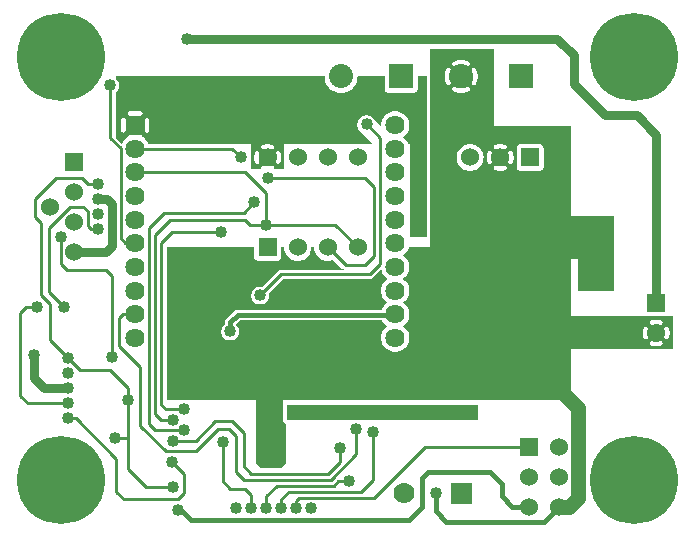
<source format=gbr>
G04 start of page 3 for group 1 idx 1 *
G04 Title: (unknown), solder *
G04 Creator: pcb 20110918 *
G04 CreationDate: Tue 09 Apr 2013 01:29:24 AM GMT UTC *
G04 For: railfan *
G04 Format: Gerber/RS-274X *
G04 PCB-Dimensions: 225000 175000 *
G04 PCB-Coordinate-Origin: lower left *
%MOIN*%
%FSLAX25Y25*%
%LNBOTTOM*%
%ADD63C,0.0530*%
%ADD62C,0.0480*%
%ADD61C,0.0370*%
%ADD60C,0.0280*%
%ADD59C,0.0320*%
%ADD58C,0.0380*%
%ADD57C,0.0240*%
%ADD56C,0.1285*%
%ADD55C,0.0200*%
%ADD54C,0.0800*%
%ADD53C,0.0640*%
%ADD52C,0.0700*%
%ADD51C,0.0600*%
%ADD50C,0.0400*%
%ADD49C,0.2937*%
%ADD48C,0.0500*%
%ADD47C,0.0300*%
%ADD46C,0.0150*%
%ADD45C,0.0100*%
%ADD44C,0.0001*%
G54D44*G36*
X154993Y160500D02*X161500D01*
Y128500D01*
X155585D01*
X155549Y128522D01*
X154993Y128752D01*
Y148645D01*
X155078Y148681D01*
X155179Y148743D01*
X155269Y148819D01*
X155345Y148909D01*
X155405Y149011D01*
X155622Y149480D01*
X155789Y149969D01*
X155909Y150472D01*
X155982Y150984D01*
X156006Y151500D01*
X155982Y152016D01*
X155909Y152528D01*
X155789Y153031D01*
X155622Y153520D01*
X155410Y153992D01*
X155349Y154093D01*
X155272Y154184D01*
X155182Y154261D01*
X155080Y154323D01*
X154993Y154360D01*
Y160500D01*
G37*
G36*
X150502D02*X154993D01*
Y154360D01*
X154971Y154369D01*
X154855Y154397D01*
X154737Y154406D01*
X154619Y154397D01*
X154503Y154370D01*
X154393Y154324D01*
X154292Y154262D01*
X154202Y154186D01*
X154124Y154095D01*
X154062Y153994D01*
X154016Y153885D01*
X153989Y153769D01*
X153979Y153651D01*
X153988Y153532D01*
X154016Y153417D01*
X154063Y153308D01*
X154221Y152968D01*
X154342Y152612D01*
X154430Y152247D01*
X154482Y151875D01*
X154500Y151500D01*
X154482Y151125D01*
X154430Y150753D01*
X154342Y150388D01*
X154221Y150032D01*
X154067Y149690D01*
X154020Y149582D01*
X153993Y149467D01*
X153983Y149349D01*
X153993Y149232D01*
X154021Y149117D01*
X154066Y149008D01*
X154128Y148907D01*
X154205Y148818D01*
X154295Y148741D01*
X154395Y148680D01*
X154504Y148635D01*
X154619Y148607D01*
X154737Y148598D01*
X154855Y148608D01*
X154969Y148635D01*
X154993Y148645D01*
Y128752D01*
X154895Y128793D01*
X154206Y128958D01*
X153500Y129014D01*
X152794Y128958D01*
X152105Y128793D01*
X151451Y128522D01*
X151415Y128500D01*
X150502D01*
Y145994D01*
X151016Y146018D01*
X151528Y146091D01*
X152031Y146211D01*
X152520Y146378D01*
X152992Y146590D01*
X153093Y146651D01*
X153184Y146728D01*
X153261Y146818D01*
X153323Y146920D01*
X153369Y147029D01*
X153397Y147145D01*
X153406Y147263D01*
X153397Y147381D01*
X153370Y147497D01*
X153324Y147607D01*
X153262Y147708D01*
X153186Y147798D01*
X153095Y147876D01*
X152994Y147938D01*
X152885Y147984D01*
X152769Y148011D01*
X152651Y148021D01*
X152532Y148012D01*
X152417Y147984D01*
X152308Y147937D01*
X151968Y147779D01*
X151612Y147658D01*
X151247Y147570D01*
X150875Y147518D01*
X150502Y147500D01*
Y155500D01*
X150875Y155482D01*
X151247Y155430D01*
X151612Y155342D01*
X151968Y155221D01*
X152310Y155067D01*
X152418Y155020D01*
X152533Y154993D01*
X152651Y154983D01*
X152768Y154993D01*
X152883Y155021D01*
X152992Y155066D01*
X153093Y155128D01*
X153182Y155205D01*
X153259Y155295D01*
X153320Y155395D01*
X153365Y155504D01*
X153393Y155619D01*
X153402Y155737D01*
X153392Y155855D01*
X153365Y155969D01*
X153319Y156078D01*
X153257Y156179D01*
X153181Y156269D01*
X153091Y156345D01*
X152989Y156405D01*
X152520Y156622D01*
X152031Y156789D01*
X151528Y156909D01*
X151016Y156982D01*
X150502Y157006D01*
Y160500D01*
G37*
G36*
X146007D02*X150502D01*
Y157006D01*
X150500Y157006D01*
X149984Y156982D01*
X149472Y156909D01*
X148969Y156789D01*
X148480Y156622D01*
X148008Y156410D01*
X147907Y156349D01*
X147816Y156272D01*
X147739Y156182D01*
X147677Y156080D01*
X147631Y155971D01*
X147603Y155855D01*
X147594Y155737D01*
X147603Y155619D01*
X147630Y155503D01*
X147676Y155393D01*
X147738Y155292D01*
X147814Y155202D01*
X147905Y155124D01*
X148006Y155062D01*
X148115Y155016D01*
X148231Y154989D01*
X148349Y154979D01*
X148468Y154988D01*
X148583Y155016D01*
X148692Y155063D01*
X149032Y155221D01*
X149388Y155342D01*
X149753Y155430D01*
X150125Y155482D01*
X150500Y155500D01*
X150502Y155500D01*
Y147500D01*
X150500Y147500D01*
X150125Y147518D01*
X149753Y147570D01*
X149388Y147658D01*
X149032Y147779D01*
X148690Y147933D01*
X148582Y147980D01*
X148467Y148007D01*
X148349Y148017D01*
X148232Y148007D01*
X148117Y147979D01*
X148008Y147934D01*
X147907Y147872D01*
X147818Y147795D01*
X147741Y147705D01*
X147680Y147605D01*
X147635Y147496D01*
X147607Y147381D01*
X147598Y147263D01*
X147608Y147145D01*
X147635Y147031D01*
X147681Y146922D01*
X147743Y146821D01*
X147819Y146731D01*
X147909Y146655D01*
X148011Y146595D01*
X148480Y146378D01*
X148969Y146211D01*
X149472Y146091D01*
X149984Y146018D01*
X150500Y145994D01*
X150502Y145994D01*
Y128500D01*
X146007D01*
Y148640D01*
X146029Y148631D01*
X146145Y148603D01*
X146263Y148594D01*
X146381Y148603D01*
X146497Y148630D01*
X146607Y148676D01*
X146708Y148738D01*
X146798Y148814D01*
X146876Y148905D01*
X146938Y149006D01*
X146984Y149115D01*
X147011Y149231D01*
X147021Y149349D01*
X147012Y149468D01*
X146984Y149583D01*
X146937Y149692D01*
X146779Y150032D01*
X146658Y150388D01*
X146570Y150753D01*
X146518Y151125D01*
X146500Y151500D01*
X146518Y151875D01*
X146570Y152247D01*
X146658Y152612D01*
X146779Y152968D01*
X146933Y153310D01*
X146980Y153418D01*
X147007Y153533D01*
X147017Y153651D01*
X147007Y153768D01*
X146979Y153883D01*
X146934Y153992D01*
X146872Y154093D01*
X146795Y154182D01*
X146705Y154259D01*
X146605Y154320D01*
X146496Y154365D01*
X146381Y154393D01*
X146263Y154402D01*
X146145Y154392D01*
X146031Y154365D01*
X146007Y154355D01*
Y160500D01*
G37*
G36*
X140000Y128500D02*Y160500D01*
X146007D01*
Y154355D01*
X145922Y154319D01*
X145821Y154257D01*
X145731Y154181D01*
X145655Y154091D01*
X145595Y153989D01*
X145378Y153520D01*
X145211Y153031D01*
X145091Y152528D01*
X145018Y152016D01*
X144994Y151500D01*
X145018Y150984D01*
X145091Y150472D01*
X145211Y149969D01*
X145378Y149480D01*
X145590Y149008D01*
X145651Y148907D01*
X145728Y148816D01*
X145818Y148739D01*
X145920Y148677D01*
X146007Y148640D01*
Y128500D01*
X140000D01*
G37*
G36*
X82000Y129000D02*X46300D01*
X46087Y129514D01*
X45836Y129923D01*
Y132796D01*
X45954Y132805D01*
X46068Y132833D01*
X46178Y132878D01*
X46278Y132939D01*
X46368Y133016D01*
X46445Y133106D01*
X46506Y133206D01*
X46551Y133316D01*
X46579Y133430D01*
X46586Y133548D01*
Y136948D01*
X46579Y137066D01*
X46551Y137180D01*
X46506Y137290D01*
X46445Y137390D01*
X46368Y137480D01*
X46278Y137557D01*
X46178Y137618D01*
X46068Y137663D01*
X45954Y137691D01*
X45836Y137700D01*
Y151500D01*
X82000D01*
Y129000D01*
G37*
G36*
X45836Y129923D02*X45700Y130145D01*
X45220Y130708D01*
X44657Y131188D01*
X44331Y131388D01*
X44329Y131416D01*
X44301Y131530D01*
X44256Y131640D01*
X44195Y131740D01*
X44118Y131830D01*
X44028Y131907D01*
X43928Y131968D01*
X43818Y132013D01*
X43704Y132041D01*
X43586Y132048D01*
X42401D01*
X41886Y132088D01*
Y138448D01*
X43586D01*
X43704Y138455D01*
X43818Y138483D01*
X43928Y138528D01*
X44028Y138589D01*
X44118Y138666D01*
X44195Y138756D01*
X44256Y138856D01*
X44301Y138966D01*
X44329Y139080D01*
X44338Y139198D01*
X44329Y139316D01*
X44301Y139430D01*
X44256Y139540D01*
X44195Y139640D01*
X44118Y139730D01*
X44028Y139807D01*
X43928Y139868D01*
X43818Y139913D01*
X43704Y139941D01*
X43586Y139948D01*
X41886D01*
Y151500D01*
X45836D01*
Y137700D01*
X45718Y137691D01*
X45604Y137663D01*
X45494Y137618D01*
X45394Y137557D01*
X45304Y137480D01*
X45227Y137390D01*
X45166Y137290D01*
X45121Y137180D01*
X45093Y137066D01*
X45086Y136948D01*
Y133548D01*
X45093Y133430D01*
X45121Y133316D01*
X45166Y133206D01*
X45227Y133106D01*
X45304Y133016D01*
X45394Y132939D01*
X45494Y132878D01*
X45604Y132833D01*
X45718Y132805D01*
X45836Y132796D01*
Y129923D01*
G37*
G36*
X41886Y132088D02*X41886D01*
X41371Y132048D01*
X40186D01*
X40068Y132041D01*
X39954Y132013D01*
X39844Y131968D01*
X39744Y131907D01*
X39654Y131830D01*
X39577Y131740D01*
X39516Y131640D01*
X39471Y131530D01*
X39443Y131416D01*
X39441Y131388D01*
X39115Y131188D01*
X38552Y130708D01*
X38072Y130145D01*
X37936Y129923D01*
Y132796D01*
X38054Y132805D01*
X38168Y132833D01*
X38278Y132878D01*
X38378Y132939D01*
X38468Y133016D01*
X38545Y133106D01*
X38606Y133206D01*
X38651Y133316D01*
X38679Y133430D01*
X38686Y133548D01*
Y136948D01*
X38679Y137066D01*
X38651Y137180D01*
X38606Y137290D01*
X38545Y137390D01*
X38468Y137480D01*
X38378Y137557D01*
X38278Y137618D01*
X38168Y137663D01*
X38054Y137691D01*
X37936Y137700D01*
Y151500D01*
X41886D01*
Y139948D01*
X40186D01*
X40068Y139941D01*
X39954Y139913D01*
X39844Y139868D01*
X39744Y139807D01*
X39654Y139730D01*
X39577Y139640D01*
X39516Y139540D01*
X39471Y139430D01*
X39443Y139316D01*
X39434Y139198D01*
X39443Y139080D01*
X39471Y138966D01*
X39516Y138856D01*
X39577Y138756D01*
X39654Y138666D01*
X39744Y138589D01*
X39844Y138528D01*
X39954Y138483D01*
X40068Y138455D01*
X40186Y138448D01*
X41886D01*
Y132088D01*
G37*
G36*
X37936Y129923D02*X37685Y129514D01*
X37516Y129105D01*
X35500Y131121D01*
Y146263D01*
X35628Y146372D01*
X35935Y146731D01*
X36181Y147134D01*
X36362Y147570D01*
X36472Y148029D01*
X36500Y148500D01*
X36472Y148971D01*
X36362Y149430D01*
X36181Y149866D01*
X35935Y150269D01*
X35628Y150628D01*
X35500Y150737D01*
Y151500D01*
X37936D01*
Y137700D01*
X37818Y137691D01*
X37704Y137663D01*
X37594Y137618D01*
X37494Y137557D01*
X37404Y137480D01*
X37327Y137390D01*
X37266Y137290D01*
X37221Y137180D01*
X37193Y137066D01*
X37186Y136948D01*
Y133548D01*
X37193Y133430D01*
X37221Y133316D01*
X37266Y133206D01*
X37327Y133106D01*
X37404Y133016D01*
X37494Y132939D01*
X37594Y132878D01*
X37704Y132833D01*
X37818Y132805D01*
X37936Y132796D01*
Y129923D01*
G37*
G36*
X82500Y129000D02*Y151500D01*
X104983D01*
X105051Y150637D01*
X105253Y149795D01*
X105584Y148995D01*
X106037Y148257D01*
X106599Y147599D01*
X107257Y147037D01*
X107995Y146584D01*
X108795Y146253D01*
X109637Y146051D01*
X110500Y145983D01*
X111363Y146051D01*
X112205Y146253D01*
X113005Y146584D01*
X113743Y147037D01*
X114401Y147599D01*
X114963Y148257D01*
X115416Y148995D01*
X115747Y149795D01*
X115949Y150637D01*
X116000Y151500D01*
X125007D01*
X125014Y147265D01*
X125069Y147035D01*
X125159Y146817D01*
X125283Y146616D01*
X125436Y146436D01*
X125616Y146283D01*
X125817Y146159D01*
X126035Y146069D01*
X126265Y146014D01*
X126500Y146000D01*
X134735Y146014D01*
X134965Y146069D01*
X135183Y146159D01*
X135384Y146283D01*
X135564Y146436D01*
X135717Y146616D01*
X135841Y146817D01*
X135931Y147035D01*
X135986Y147265D01*
X136000Y147500D01*
X135993Y151500D01*
X139000D01*
Y133237D01*
X138769Y133435D01*
X138366Y133681D01*
X137930Y133862D01*
X137471Y133972D01*
X137000Y134009D01*
X136529Y133972D01*
X136070Y133862D01*
X135634Y133681D01*
X135231Y133435D01*
X134872Y133128D01*
X134565Y132769D01*
X134319Y132366D01*
X134138Y131930D01*
X134028Y131471D01*
X133991Y131000D01*
X134028Y130529D01*
X134138Y130070D01*
X134319Y129634D01*
X134565Y129231D01*
X134763Y129000D01*
X132914D01*
X132701Y129514D01*
X132314Y130145D01*
X131834Y130708D01*
X131271Y131188D01*
X131071Y131311D01*
X131271Y131434D01*
X131834Y131914D01*
X132314Y132477D01*
X132701Y133108D01*
X132984Y133791D01*
X133156Y134510D01*
X133200Y135248D01*
X133156Y135986D01*
X132984Y136705D01*
X132701Y137388D01*
X132314Y138019D01*
X131834Y138582D01*
X131271Y139062D01*
X130640Y139449D01*
X129957Y139732D01*
X129238Y139904D01*
X128500Y139962D01*
X127762Y139904D01*
X127043Y139732D01*
X126360Y139449D01*
X125729Y139062D01*
X125166Y138582D01*
X124686Y138019D01*
X124299Y137388D01*
X124016Y136705D01*
X123844Y135986D01*
X123786Y135248D01*
X123798Y135086D01*
X121192Y137692D01*
X120828Y138016D01*
X120412Y138271D01*
X119961Y138457D01*
X119486Y138571D01*
X119000Y138610D01*
X118514Y138571D01*
X118039Y138457D01*
X117588Y138271D01*
X117172Y138016D01*
X116801Y137699D01*
X116484Y137328D01*
X116229Y136912D01*
X116043Y136461D01*
X115929Y135986D01*
X115890Y135500D01*
X115929Y135014D01*
X116043Y134539D01*
X116229Y134088D01*
X116484Y133672D01*
X116808Y133308D01*
X121116Y129000D01*
X116176D01*
X116000Y129014D01*
X115824Y129000D01*
X106176D01*
X106000Y129014D01*
X105824Y129000D01*
X96176D01*
X96000Y129014D01*
X95824Y129000D01*
X86108D01*
X86000Y129005D01*
X85892Y129000D01*
X82500D01*
G37*
G36*
X89613Y151500D02*X91500D01*
Y124676D01*
X91486Y124500D01*
X91500Y124324D01*
Y120500D01*
X89613D01*
Y122353D01*
X89656Y122360D01*
X89768Y122397D01*
X89873Y122452D01*
X89968Y122522D01*
X90051Y122606D01*
X90119Y122702D01*
X90170Y122808D01*
X90318Y123216D01*
X90422Y123637D01*
X90484Y124067D01*
X90505Y124500D01*
X90484Y124933D01*
X90422Y125363D01*
X90318Y125784D01*
X90175Y126194D01*
X90122Y126300D01*
X90053Y126396D01*
X89970Y126481D01*
X89875Y126551D01*
X89769Y126606D01*
X89657Y126643D01*
X89613Y126651D01*
Y151500D01*
G37*
G36*
X85998D02*X89613D01*
Y126651D01*
X89540Y126663D01*
X89421Y126664D01*
X89304Y126646D01*
X89191Y126610D01*
X89085Y126557D01*
X88988Y126488D01*
X88904Y126405D01*
X88833Y126309D01*
X88779Y126204D01*
X88741Y126092D01*
X88722Y125975D01*
X88721Y125856D01*
X88739Y125739D01*
X88777Y125626D01*
X88876Y125355D01*
X88944Y125075D01*
X88986Y124789D01*
X89000Y124500D01*
X88986Y124211D01*
X88944Y123925D01*
X88876Y123645D01*
X88780Y123372D01*
X88742Y123261D01*
X88725Y123144D01*
X88725Y123026D01*
X88745Y122909D01*
X88782Y122797D01*
X88836Y122693D01*
X88906Y122598D01*
X88991Y122515D01*
X89087Y122446D01*
X89192Y122393D01*
X89305Y122357D01*
X89421Y122340D01*
X89539Y122341D01*
X89613Y122353D01*
Y120500D01*
X87950D01*
X87981Y120530D01*
X88051Y120625D01*
X88106Y120731D01*
X88143Y120843D01*
X88163Y120960D01*
X88164Y121079D01*
X88146Y121196D01*
X88110Y121309D01*
X88057Y121415D01*
X87988Y121512D01*
X87905Y121596D01*
X87809Y121667D01*
X87704Y121721D01*
X87592Y121759D01*
X87475Y121778D01*
X87356Y121779D01*
X87239Y121761D01*
X87126Y121723D01*
X86855Y121624D01*
X86575Y121556D01*
X86289Y121514D01*
X86000Y121500D01*
X85998Y121500D01*
Y127500D01*
X86000Y127500D01*
X86289Y127486D01*
X86575Y127444D01*
X86855Y127376D01*
X87128Y127280D01*
X87239Y127242D01*
X87356Y127225D01*
X87474Y127225D01*
X87591Y127245D01*
X87703Y127282D01*
X87807Y127336D01*
X87902Y127406D01*
X87985Y127491D01*
X88054Y127587D01*
X88107Y127692D01*
X88143Y127805D01*
X88160Y127921D01*
X88159Y128039D01*
X88140Y128156D01*
X88103Y128268D01*
X88048Y128373D01*
X87978Y128468D01*
X87894Y128551D01*
X87798Y128619D01*
X87692Y128670D01*
X87284Y128818D01*
X86863Y128922D01*
X86433Y128984D01*
X86000Y129005D01*
X85998Y129005D01*
Y151500D01*
G37*
G36*
X82387D02*X85998D01*
Y129005D01*
X85567Y128984D01*
X85137Y128922D01*
X84716Y128818D01*
X84306Y128675D01*
X84200Y128622D01*
X84104Y128553D01*
X84019Y128470D01*
X83949Y128375D01*
X83894Y128269D01*
X83857Y128157D01*
X83837Y128040D01*
X83836Y127921D01*
X83854Y127804D01*
X83890Y127691D01*
X83943Y127585D01*
X84012Y127488D01*
X84095Y127404D01*
X84191Y127333D01*
X84296Y127279D01*
X84408Y127241D01*
X84525Y127222D01*
X84644Y127221D01*
X84761Y127239D01*
X84874Y127277D01*
X85145Y127376D01*
X85425Y127444D01*
X85711Y127486D01*
X85998Y127500D01*
Y121500D01*
X85711Y121514D01*
X85425Y121556D01*
X85145Y121624D01*
X84872Y121720D01*
X84761Y121758D01*
X84644Y121775D01*
X84526Y121775D01*
X84409Y121755D01*
X84297Y121718D01*
X84193Y121664D01*
X84098Y121594D01*
X84015Y121509D01*
X83946Y121413D01*
X83893Y121308D01*
X83857Y121195D01*
X83840Y121079D01*
X83841Y120961D01*
X83860Y120844D01*
X83897Y120732D01*
X83952Y120627D01*
X84022Y120532D01*
X84055Y120500D01*
X82387D01*
Y122349D01*
X82460Y122337D01*
X82579Y122336D01*
X82696Y122354D01*
X82809Y122390D01*
X82915Y122443D01*
X83012Y122512D01*
X83096Y122595D01*
X83167Y122691D01*
X83221Y122796D01*
X83259Y122908D01*
X83278Y123025D01*
X83279Y123144D01*
X83261Y123261D01*
X83223Y123374D01*
X83124Y123645D01*
X83056Y123925D01*
X83014Y124211D01*
X83000Y124500D01*
X83014Y124789D01*
X83056Y125075D01*
X83124Y125355D01*
X83220Y125628D01*
X83258Y125739D01*
X83275Y125856D01*
X83275Y125974D01*
X83255Y126091D01*
X83218Y126203D01*
X83164Y126307D01*
X83094Y126402D01*
X83009Y126485D01*
X82913Y126554D01*
X82808Y126607D01*
X82695Y126643D01*
X82579Y126660D01*
X82461Y126659D01*
X82387Y126647D01*
Y151500D01*
G37*
G36*
X80500Y120500D02*Y151500D01*
X82387D01*
Y126647D01*
X82344Y126640D01*
X82232Y126603D01*
X82127Y126548D01*
X82032Y126478D01*
X81949Y126394D01*
X81881Y126298D01*
X81830Y126192D01*
X81682Y125784D01*
X81578Y125363D01*
X81516Y124933D01*
X81495Y124500D01*
X81516Y124067D01*
X81578Y123637D01*
X81682Y123216D01*
X81825Y122806D01*
X81878Y122700D01*
X81947Y122604D01*
X82030Y122519D01*
X82125Y122449D01*
X82231Y122394D01*
X82343Y122357D01*
X82387Y122349D01*
Y120500D01*
X80500D01*
G37*
G36*
X169995Y135000D02*X187000D01*
Y48450D01*
X185975Y49475D01*
X185564Y49840D01*
X185094Y50128D01*
X184585Y50339D01*
X184049Y50468D01*
X183500Y50511D01*
X182951Y50468D01*
X182415Y50339D01*
X181906Y50128D01*
X181436Y49840D01*
X181017Y49483D01*
X180660Y49064D01*
X180372Y48594D01*
X180161Y48085D01*
X180032Y47549D01*
X179989Y47000D01*
X180032Y46451D01*
X180161Y45915D01*
X180372Y45406D01*
X180660Y44936D01*
X181025Y44525D01*
X182050Y43500D01*
X169995D01*
Y80491D01*
X170000Y80491D01*
X170471Y80528D01*
X170930Y80638D01*
X171366Y80819D01*
X171769Y81065D01*
X172128Y81372D01*
X172435Y81731D01*
X172681Y82134D01*
X172862Y82570D01*
X172972Y83029D01*
X173000Y83500D01*
X172972Y83971D01*
X172862Y84430D01*
X172681Y84866D01*
X172435Y85269D01*
X172128Y85628D01*
X171985Y85750D01*
X172128Y85872D01*
X172435Y86231D01*
X172681Y86634D01*
X172862Y87070D01*
X172972Y87529D01*
X173000Y88000D01*
X172972Y88471D01*
X172862Y88930D01*
X172681Y89366D01*
X172435Y89769D01*
X172128Y90128D01*
X171985Y90250D01*
X172128Y90372D01*
X172435Y90731D01*
X172681Y91134D01*
X172862Y91570D01*
X172972Y92029D01*
X173000Y92500D01*
X172972Y92971D01*
X172862Y93430D01*
X172681Y93866D01*
X172435Y94269D01*
X172128Y94628D01*
X171985Y94750D01*
X172128Y94872D01*
X172435Y95231D01*
X172681Y95634D01*
X172862Y96070D01*
X172972Y96529D01*
X173000Y97000D01*
X172972Y97471D01*
X172862Y97930D01*
X172681Y98366D01*
X172435Y98769D01*
X172128Y99128D01*
X171769Y99435D01*
X171366Y99681D01*
X170930Y99862D01*
X170471Y99972D01*
X170000Y100009D01*
X169995Y100009D01*
Y120085D01*
X170035Y120069D01*
X170265Y120014D01*
X170500Y120000D01*
X176735Y120014D01*
X176965Y120069D01*
X177183Y120159D01*
X177384Y120283D01*
X177564Y120436D01*
X177717Y120616D01*
X177841Y120817D01*
X177931Y121035D01*
X177986Y121265D01*
X178000Y121500D01*
X177986Y127735D01*
X177931Y127965D01*
X177841Y128183D01*
X177717Y128384D01*
X177564Y128564D01*
X177384Y128717D01*
X177183Y128841D01*
X176965Y128931D01*
X176735Y128986D01*
X176500Y129000D01*
X170265Y128986D01*
X170035Y128931D01*
X169995Y128915D01*
Y135000D01*
G37*
G36*
X167113Y82674D02*X167138Y82570D01*
X167319Y82134D01*
X167565Y81731D01*
X167872Y81372D01*
X168231Y81065D01*
X168634Y80819D01*
X169070Y80638D01*
X169529Y80528D01*
X169995Y80491D01*
Y43500D01*
X167113D01*
Y82674D01*
G37*
G36*
Y87174D02*X167138Y87070D01*
X167319Y86634D01*
X167565Y86231D01*
X167872Y85872D01*
X168015Y85750D01*
X167872Y85628D01*
X167565Y85269D01*
X167319Y84866D01*
X167138Y84430D01*
X167113Y84326D01*
Y87174D01*
G37*
G36*
Y91674D02*X167138Y91570D01*
X167319Y91134D01*
X167565Y90731D01*
X167872Y90372D01*
X168015Y90250D01*
X167872Y90128D01*
X167565Y89769D01*
X167319Y89366D01*
X167138Y88930D01*
X167113Y88826D01*
Y91674D01*
G37*
G36*
Y96174D02*X167138Y96070D01*
X167319Y95634D01*
X167565Y95231D01*
X167872Y94872D01*
X168015Y94750D01*
X167872Y94628D01*
X167565Y94269D01*
X167319Y93866D01*
X167138Y93430D01*
X167113Y93326D01*
Y96174D01*
G37*
G36*
Y135000D02*X169995D01*
Y128915D01*
X169817Y128841D01*
X169616Y128717D01*
X169436Y128564D01*
X169283Y128384D01*
X169159Y128183D01*
X169069Y127965D01*
X169014Y127735D01*
X169000Y127500D01*
X169014Y121265D01*
X169069Y121035D01*
X169159Y120817D01*
X169283Y120616D01*
X169436Y120436D01*
X169616Y120283D01*
X169817Y120159D01*
X169995Y120085D01*
Y100009D01*
X169529Y99972D01*
X169070Y99862D01*
X168634Y99681D01*
X168231Y99435D01*
X167872Y99128D01*
X167565Y98769D01*
X167319Y98366D01*
X167138Y97930D01*
X167113Y97826D01*
Y122353D01*
X167156Y122360D01*
X167268Y122397D01*
X167373Y122452D01*
X167468Y122522D01*
X167551Y122606D01*
X167619Y122702D01*
X167670Y122808D01*
X167818Y123216D01*
X167922Y123637D01*
X167984Y124067D01*
X168005Y124500D01*
X167984Y124933D01*
X167922Y125363D01*
X167818Y125784D01*
X167675Y126194D01*
X167622Y126300D01*
X167553Y126396D01*
X167470Y126481D01*
X167375Y126551D01*
X167269Y126606D01*
X167157Y126643D01*
X167113Y126651D01*
Y135000D01*
G37*
G36*
X163502D02*X167113D01*
Y126651D01*
X167040Y126663D01*
X166921Y126664D01*
X166804Y126646D01*
X166691Y126610D01*
X166585Y126557D01*
X166488Y126488D01*
X166404Y126405D01*
X166333Y126309D01*
X166279Y126204D01*
X166241Y126092D01*
X166222Y125975D01*
X166221Y125856D01*
X166239Y125739D01*
X166277Y125626D01*
X166376Y125355D01*
X166444Y125075D01*
X166486Y124789D01*
X166500Y124500D01*
X166486Y124211D01*
X166444Y123925D01*
X166376Y123645D01*
X166280Y123372D01*
X166242Y123261D01*
X166225Y123144D01*
X166225Y123026D01*
X166245Y122909D01*
X166282Y122797D01*
X166336Y122693D01*
X166406Y122598D01*
X166491Y122515D01*
X166587Y122446D01*
X166692Y122393D01*
X166805Y122357D01*
X166921Y122340D01*
X167039Y122341D01*
X167113Y122353D01*
Y97826D01*
X167028Y97471D01*
X166991Y97000D01*
X167028Y96529D01*
X167113Y96174D01*
Y93326D01*
X167028Y92971D01*
X166991Y92500D01*
X167028Y92029D01*
X167113Y91674D01*
Y88826D01*
X167028Y88471D01*
X166991Y88000D01*
X167028Y87529D01*
X167113Y87174D01*
Y84326D01*
X167028Y83971D01*
X166991Y83500D01*
X167028Y83029D01*
X167113Y82674D01*
Y43500D01*
X163502D01*
Y119995D01*
X163933Y120016D01*
X164363Y120078D01*
X164784Y120182D01*
X165194Y120325D01*
X165300Y120378D01*
X165396Y120447D01*
X165481Y120530D01*
X165551Y120625D01*
X165606Y120731D01*
X165643Y120843D01*
X165663Y120960D01*
X165664Y121079D01*
X165646Y121196D01*
X165610Y121309D01*
X165557Y121415D01*
X165488Y121512D01*
X165405Y121596D01*
X165309Y121667D01*
X165204Y121721D01*
X165092Y121759D01*
X164975Y121778D01*
X164856Y121779D01*
X164739Y121761D01*
X164626Y121723D01*
X164355Y121624D01*
X164075Y121556D01*
X163789Y121514D01*
X163502Y121500D01*
Y127500D01*
X163789Y127486D01*
X164075Y127444D01*
X164355Y127376D01*
X164628Y127280D01*
X164739Y127242D01*
X164856Y127225D01*
X164974Y127225D01*
X165091Y127245D01*
X165203Y127282D01*
X165307Y127336D01*
X165402Y127406D01*
X165485Y127491D01*
X165554Y127587D01*
X165607Y127692D01*
X165643Y127805D01*
X165660Y127921D01*
X165659Y128039D01*
X165640Y128156D01*
X165603Y128268D01*
X165548Y128373D01*
X165478Y128468D01*
X165394Y128551D01*
X165298Y128619D01*
X165192Y128670D01*
X164784Y128818D01*
X164363Y128922D01*
X163933Y128984D01*
X163502Y129005D01*
Y135000D01*
G37*
G36*
X159887D02*X163502D01*
Y129005D01*
X163500Y129005D01*
X163067Y128984D01*
X162637Y128922D01*
X162216Y128818D01*
X161806Y128675D01*
X161700Y128622D01*
X161604Y128553D01*
X161519Y128470D01*
X161449Y128375D01*
X161394Y128269D01*
X161357Y128157D01*
X161337Y128040D01*
X161336Y127921D01*
X161354Y127804D01*
X161390Y127691D01*
X161443Y127585D01*
X161512Y127488D01*
X161595Y127404D01*
X161691Y127333D01*
X161796Y127279D01*
X161908Y127241D01*
X162025Y127222D01*
X162144Y127221D01*
X162261Y127239D01*
X162374Y127277D01*
X162645Y127376D01*
X162925Y127444D01*
X163211Y127486D01*
X163500Y127500D01*
X163502Y127500D01*
Y121500D01*
X163500Y121500D01*
X163211Y121514D01*
X162925Y121556D01*
X162645Y121624D01*
X162372Y121720D01*
X162261Y121758D01*
X162144Y121775D01*
X162026Y121775D01*
X161909Y121755D01*
X161797Y121718D01*
X161693Y121664D01*
X161598Y121594D01*
X161515Y121509D01*
X161446Y121413D01*
X161393Y121308D01*
X161357Y121195D01*
X161340Y121079D01*
X161341Y120961D01*
X161360Y120844D01*
X161397Y120732D01*
X161452Y120627D01*
X161522Y120532D01*
X161606Y120449D01*
X161702Y120381D01*
X161808Y120330D01*
X162216Y120182D01*
X162637Y120078D01*
X163067Y120016D01*
X163500Y119995D01*
X163502Y119995D01*
Y43500D01*
X159887D01*
Y122349D01*
X159960Y122337D01*
X160079Y122336D01*
X160196Y122354D01*
X160309Y122390D01*
X160415Y122443D01*
X160512Y122512D01*
X160596Y122595D01*
X160667Y122691D01*
X160721Y122796D01*
X160759Y122908D01*
X160778Y123025D01*
X160779Y123144D01*
X160761Y123261D01*
X160723Y123374D01*
X160624Y123645D01*
X160556Y123925D01*
X160514Y124211D01*
X160500Y124500D01*
X160514Y124789D01*
X160556Y125075D01*
X160624Y125355D01*
X160720Y125628D01*
X160758Y125739D01*
X160775Y125856D01*
X160775Y125974D01*
X160755Y126091D01*
X160718Y126203D01*
X160664Y126307D01*
X160594Y126402D01*
X160509Y126485D01*
X160413Y126554D01*
X160308Y126607D01*
X160195Y126643D01*
X160079Y126660D01*
X159961Y126659D01*
X159887Y126647D01*
Y135000D01*
G37*
G36*
X150745D02*X159887D01*
Y126647D01*
X159844Y126640D01*
X159732Y126603D01*
X159627Y126548D01*
X159532Y126478D01*
X159449Y126394D01*
X159381Y126298D01*
X159330Y126192D01*
X159182Y125784D01*
X159078Y125363D01*
X159016Y124933D01*
X158995Y124500D01*
X159016Y124067D01*
X159078Y123637D01*
X159182Y123216D01*
X159325Y122806D01*
X159378Y122700D01*
X159447Y122604D01*
X159530Y122519D01*
X159625Y122449D01*
X159731Y122394D01*
X159843Y122357D01*
X159887Y122349D01*
Y43500D01*
X150745D01*
Y76010D01*
X150750Y76015D01*
X150872Y75872D01*
X151231Y75565D01*
X151634Y75319D01*
X152070Y75138D01*
X152529Y75028D01*
X153000Y74991D01*
X153471Y75028D01*
X153930Y75138D01*
X154366Y75319D01*
X154769Y75565D01*
X155128Y75872D01*
X155435Y76231D01*
X155681Y76634D01*
X155862Y77070D01*
X155972Y77529D01*
X156000Y78000D01*
X155972Y78471D01*
X155862Y78930D01*
X155681Y79366D01*
X155435Y79769D01*
X155128Y80128D01*
X154769Y80435D01*
X154366Y80681D01*
X153930Y80862D01*
X153471Y80972D01*
X153000Y81009D01*
X152529Y80972D01*
X152070Y80862D01*
X151634Y80681D01*
X151231Y80435D01*
X150872Y80128D01*
X150750Y79985D01*
X150745Y79990D01*
Y120935D01*
X150847Y120848D01*
X151451Y120478D01*
X152105Y120207D01*
X152794Y120042D01*
X153500Y119986D01*
X154206Y120042D01*
X154895Y120207D01*
X155549Y120478D01*
X156153Y120848D01*
X156692Y121308D01*
X157152Y121847D01*
X157522Y122451D01*
X157793Y123105D01*
X157958Y123794D01*
X158000Y124500D01*
X157958Y125206D01*
X157793Y125895D01*
X157522Y126549D01*
X157152Y127153D01*
X156692Y127692D01*
X156153Y128152D01*
X155549Y128522D01*
X154895Y128793D01*
X154206Y128958D01*
X153500Y129014D01*
X152794Y128958D01*
X152105Y128793D01*
X151451Y128522D01*
X150847Y128152D01*
X150745Y128065D01*
Y135000D01*
G37*
G36*
X140000D02*X150745D01*
Y128065D01*
X150308Y127692D01*
X149848Y127153D01*
X149478Y126549D01*
X149207Y125895D01*
X149042Y125206D01*
X148986Y124500D01*
X149042Y123794D01*
X149207Y123105D01*
X149478Y122451D01*
X149848Y121847D01*
X150308Y121308D01*
X150745Y120935D01*
Y79990D01*
X150628Y80128D01*
X150269Y80435D01*
X149866Y80681D01*
X149430Y80862D01*
X148971Y80972D01*
X148500Y81009D01*
X148029Y80972D01*
X147570Y80862D01*
X147134Y80681D01*
X146731Y80435D01*
X146372Y80128D01*
X146065Y79769D01*
X145819Y79366D01*
X145638Y78930D01*
X145528Y78471D01*
X145491Y78000D01*
X145528Y77529D01*
X145638Y77070D01*
X145819Y76634D01*
X146065Y76231D01*
X146372Y75872D01*
X146731Y75565D01*
X147134Y75319D01*
X147570Y75138D01*
X148029Y75028D01*
X148500Y74991D01*
X148971Y75028D01*
X149430Y75138D01*
X149866Y75319D01*
X150269Y75565D01*
X150628Y75872D01*
X150745Y76010D01*
Y43500D01*
X140000D01*
Y135000D01*
G37*
G36*
X166500Y101000D02*X173500D01*
Y80000D01*
X166500D01*
Y101000D01*
G37*
G36*
X140000Y82000D02*X158000D01*
Y74000D01*
X140000D01*
Y82000D01*
G37*
G36*
Y43500D02*Y53500D01*
X150000D01*
Y43500D01*
X140000D01*
G37*
G36*
X133500Y98000D02*Y146000D01*
X139000D01*
Y98000D01*
X133500D01*
G37*
G36*
X201500Y90500D02*X182500D01*
Y105000D01*
X201500D01*
Y90500D01*
G37*
G36*
X221000Y71500D02*Y60500D01*
X219113D01*
Y63853D01*
X219156Y63860D01*
X219268Y63897D01*
X219373Y63952D01*
X219468Y64022D01*
X219551Y64106D01*
X219619Y64202D01*
X219670Y64308D01*
X219818Y64716D01*
X219922Y65137D01*
X219984Y65567D01*
X220005Y66000D01*
X219984Y66433D01*
X219922Y66863D01*
X219818Y67284D01*
X219675Y67694D01*
X219622Y67800D01*
X219553Y67896D01*
X219470Y67981D01*
X219375Y68051D01*
X219269Y68106D01*
X219157Y68143D01*
X219113Y68151D01*
Y71500D01*
X221000D01*
G37*
G36*
X219113Y60500D02*X215502D01*
Y61495D01*
X215933Y61516D01*
X216363Y61578D01*
X216784Y61682D01*
X217194Y61825D01*
X217300Y61878D01*
X217396Y61947D01*
X217481Y62030D01*
X217551Y62125D01*
X217606Y62231D01*
X217643Y62343D01*
X217663Y62460D01*
X217664Y62579D01*
X217646Y62696D01*
X217610Y62809D01*
X217557Y62915D01*
X217488Y63012D01*
X217405Y63096D01*
X217309Y63167D01*
X217204Y63221D01*
X217092Y63259D01*
X216975Y63278D01*
X216856Y63279D01*
X216739Y63261D01*
X216626Y63223D01*
X216355Y63124D01*
X216075Y63056D01*
X215789Y63014D01*
X215502Y63000D01*
Y69000D01*
X215789Y68986D01*
X216075Y68944D01*
X216355Y68876D01*
X216628Y68780D01*
X216739Y68742D01*
X216856Y68725D01*
X216974Y68725D01*
X217091Y68745D01*
X217203Y68782D01*
X217307Y68836D01*
X217402Y68906D01*
X217485Y68991D01*
X217554Y69087D01*
X217607Y69192D01*
X217643Y69305D01*
X217660Y69421D01*
X217659Y69539D01*
X217640Y69656D01*
X217603Y69768D01*
X217548Y69873D01*
X217478Y69968D01*
X217394Y70051D01*
X217298Y70119D01*
X217192Y70170D01*
X216784Y70318D01*
X216363Y70422D01*
X215933Y70484D01*
X215502Y70505D01*
Y71500D01*
X219113D01*
Y68151D01*
X219040Y68163D01*
X218921Y68164D01*
X218804Y68146D01*
X218691Y68110D01*
X218585Y68057D01*
X218488Y67988D01*
X218404Y67905D01*
X218333Y67809D01*
X218279Y67704D01*
X218241Y67592D01*
X218222Y67475D01*
X218221Y67356D01*
X218239Y67239D01*
X218277Y67126D01*
X218376Y66855D01*
X218444Y66575D01*
X218486Y66289D01*
X218500Y66000D01*
X218486Y65711D01*
X218444Y65425D01*
X218376Y65145D01*
X218280Y64872D01*
X218242Y64761D01*
X218225Y64644D01*
X218225Y64526D01*
X218245Y64409D01*
X218282Y64297D01*
X218336Y64193D01*
X218406Y64098D01*
X218491Y64015D01*
X218587Y63946D01*
X218692Y63893D01*
X218805Y63857D01*
X218921Y63840D01*
X219039Y63841D01*
X219113Y63853D01*
Y60500D01*
G37*
G36*
X215502D02*X211887D01*
Y63849D01*
X211960Y63837D01*
X212079Y63836D01*
X212196Y63854D01*
X212309Y63890D01*
X212415Y63943D01*
X212512Y64012D01*
X212596Y64095D01*
X212667Y64191D01*
X212721Y64296D01*
X212759Y64408D01*
X212778Y64525D01*
X212779Y64644D01*
X212761Y64761D01*
X212723Y64874D01*
X212624Y65145D01*
X212556Y65425D01*
X212514Y65711D01*
X212500Y66000D01*
X212514Y66289D01*
X212556Y66575D01*
X212624Y66855D01*
X212720Y67128D01*
X212758Y67239D01*
X212775Y67356D01*
X212775Y67474D01*
X212755Y67591D01*
X212718Y67703D01*
X212664Y67807D01*
X212594Y67902D01*
X212509Y67985D01*
X212413Y68054D01*
X212308Y68107D01*
X212195Y68143D01*
X212079Y68160D01*
X211961Y68159D01*
X211887Y68147D01*
Y71500D01*
X215502D01*
Y70505D01*
X215500Y70505D01*
X215067Y70484D01*
X214637Y70422D01*
X214216Y70318D01*
X213806Y70175D01*
X213700Y70122D01*
X213604Y70053D01*
X213519Y69970D01*
X213449Y69875D01*
X213394Y69769D01*
X213357Y69657D01*
X213337Y69540D01*
X213336Y69421D01*
X213354Y69304D01*
X213390Y69191D01*
X213443Y69085D01*
X213512Y68988D01*
X213595Y68904D01*
X213691Y68833D01*
X213796Y68779D01*
X213908Y68741D01*
X214025Y68722D01*
X214144Y68721D01*
X214261Y68739D01*
X214374Y68777D01*
X214645Y68876D01*
X214925Y68944D01*
X215211Y68986D01*
X215500Y69000D01*
X215502Y69000D01*
Y63000D01*
X215500Y63000D01*
X215211Y63014D01*
X214925Y63056D01*
X214645Y63124D01*
X214372Y63220D01*
X214261Y63258D01*
X214144Y63275D01*
X214026Y63275D01*
X213909Y63255D01*
X213797Y63218D01*
X213693Y63164D01*
X213598Y63094D01*
X213515Y63009D01*
X213446Y62913D01*
X213393Y62808D01*
X213357Y62695D01*
X213340Y62579D01*
X213341Y62461D01*
X213360Y62344D01*
X213397Y62232D01*
X213452Y62127D01*
X213522Y62032D01*
X213606Y61949D01*
X213702Y61881D01*
X213808Y61830D01*
X214216Y61682D01*
X214637Y61578D01*
X215067Y61516D01*
X215500Y61495D01*
X215502Y61495D01*
Y60500D01*
G37*
G36*
X211887D02*X182500D01*
Y71500D01*
X211887D01*
Y68147D01*
X211844Y68140D01*
X211732Y68103D01*
X211627Y68048D01*
X211532Y67978D01*
X211449Y67894D01*
X211381Y67798D01*
X211330Y67692D01*
X211182Y67284D01*
X211078Y66863D01*
X211016Y66433D01*
X210995Y66000D01*
X211016Y65567D01*
X211078Y65137D01*
X211182Y64716D01*
X211325Y64306D01*
X211378Y64200D01*
X211447Y64104D01*
X211530Y64019D01*
X211625Y63949D01*
X211731Y63894D01*
X211843Y63857D01*
X211887Y63849D01*
Y60500D01*
G37*
G36*
X187000Y43500D02*X177000D01*
Y53500D01*
X187000D01*
Y43500D01*
G37*
G36*
X189500Y80000D02*Y96000D01*
X201500D01*
Y80000D01*
X189500D01*
G37*
G36*
X147000Y43500D02*X52500D01*
Y59500D01*
X147000D01*
Y43500D01*
G37*
G36*
X76069Y73750D02*X76000Y73755D01*
X75725Y73734D01*
X75458Y73669D01*
X75203Y73564D01*
X74968Y73420D01*
X74968Y73420D01*
X74759Y73241D01*
X74714Y73189D01*
X72311Y70786D01*
X72259Y70741D01*
X72080Y70532D01*
X71936Y70297D01*
X71831Y70042D01*
X71766Y69775D01*
X71766Y69774D01*
X71745Y69500D01*
X71750Y69432D01*
Y68946D01*
X71731Y68935D01*
X71372Y68628D01*
X71065Y68269D01*
X70819Y67866D01*
X70638Y67430D01*
X70528Y66971D01*
X70491Y66500D01*
X70528Y66029D01*
X70638Y65570D01*
X70819Y65134D01*
X71065Y64731D01*
X71372Y64372D01*
X71731Y64065D01*
X72134Y63819D01*
X72570Y63638D01*
X73029Y63528D01*
X73500Y63491D01*
X73971Y63528D01*
X74430Y63638D01*
X74866Y63819D01*
X75269Y64065D01*
X75628Y64372D01*
X75935Y64731D01*
X76181Y65134D01*
X76362Y65570D01*
X76472Y66029D01*
X76500Y66500D01*
X76472Y66971D01*
X76362Y67430D01*
X76181Y67866D01*
X75935Y68269D01*
X75628Y68628D01*
X75345Y68870D01*
X76725Y70250D01*
X124244D01*
X124299Y70116D01*
X124686Y69485D01*
X125166Y68922D01*
X125729Y68442D01*
X125929Y68319D01*
X125729Y68196D01*
X125166Y67716D01*
X124686Y67153D01*
X124299Y66522D01*
X124016Y65839D01*
X123844Y65120D01*
X123786Y64382D01*
X123844Y63644D01*
X124016Y62925D01*
X124299Y62242D01*
X124686Y61611D01*
X125166Y61048D01*
X125729Y60568D01*
X126360Y60181D01*
X127043Y59898D01*
X127762Y59726D01*
X128500Y59668D01*
X129238Y59726D01*
X129957Y59898D01*
X130640Y60181D01*
X131271Y60568D01*
X131834Y61048D01*
X132314Y61611D01*
X132701Y62242D01*
X132984Y62925D01*
X133156Y63644D01*
X133200Y64382D01*
X133156Y65120D01*
X132984Y65839D01*
X132701Y66522D01*
X132314Y67153D01*
X131834Y67716D01*
X131271Y68196D01*
X131071Y68319D01*
X131271Y68442D01*
X131834Y68922D01*
X132314Y69485D01*
X132701Y70116D01*
X132984Y70799D01*
X133156Y71518D01*
X133200Y72256D01*
X133156Y72994D01*
X132984Y73713D01*
X132701Y74396D01*
X132314Y75027D01*
X131834Y75590D01*
X131271Y76070D01*
X131071Y76193D01*
X131271Y76316D01*
X131834Y76796D01*
X132314Y77359D01*
X132701Y77990D01*
X132984Y78673D01*
X133156Y79392D01*
X133200Y80130D01*
X133156Y80868D01*
X132984Y81587D01*
X132701Y82270D01*
X132314Y82901D01*
X131834Y83464D01*
X131271Y83944D01*
X131071Y84067D01*
X131271Y84190D01*
X131834Y84670D01*
X132314Y85233D01*
X132701Y85864D01*
X132984Y86547D01*
X133156Y87266D01*
X133200Y88004D01*
X133156Y88742D01*
X132984Y89461D01*
X132701Y90144D01*
X132314Y90775D01*
X131834Y91338D01*
X131271Y91818D01*
X131071Y91941D01*
X131271Y92064D01*
X131834Y92544D01*
X132314Y93107D01*
X132701Y93738D01*
X132984Y94421D01*
X133003Y94500D01*
X143000D01*
Y57500D01*
X62500D01*
Y94500D01*
X81507D01*
X81514Y91265D01*
X81569Y91035D01*
X81659Y90817D01*
X81783Y90616D01*
X81936Y90436D01*
X82116Y90283D01*
X82317Y90159D01*
X82535Y90069D01*
X82765Y90014D01*
X83000Y90000D01*
X89235Y90014D01*
X89465Y90069D01*
X89683Y90159D01*
X89884Y90283D01*
X90064Y90436D01*
X90217Y90616D01*
X90341Y90817D01*
X90431Y91035D01*
X90486Y91265D01*
X90500Y91500D01*
X90493Y94500D01*
X91486D01*
X91542Y93794D01*
X91707Y93105D01*
X91978Y92451D01*
X92348Y91847D01*
X92808Y91308D01*
X93347Y90848D01*
X93951Y90478D01*
X94605Y90207D01*
X95294Y90042D01*
X96000Y89986D01*
X96706Y90042D01*
X97395Y90207D01*
X98049Y90478D01*
X98653Y90848D01*
X99192Y91308D01*
X99652Y91847D01*
X100022Y92451D01*
X100293Y93105D01*
X100458Y93794D01*
X100500Y94500D01*
X101486D01*
X101542Y93794D01*
X101707Y93105D01*
X101978Y92451D01*
X102348Y91847D01*
X102808Y91308D01*
X103347Y90848D01*
X103951Y90478D01*
X104605Y90207D01*
X105294Y90042D01*
X106000Y89986D01*
X106706Y90042D01*
X107395Y90207D01*
X107944Y90435D01*
X110898Y87481D01*
X110936Y87436D01*
X111115Y87283D01*
X111116Y87283D01*
X111317Y87159D01*
X111535Y87069D01*
X111765Y87014D01*
X111941Y87000D01*
X90559D01*
X90500Y87005D01*
X90265Y86986D01*
X90035Y86931D01*
X89817Y86841D01*
X89616Y86717D01*
X89615Y86717D01*
X89436Y86564D01*
X89398Y86519D01*
X84277Y81399D01*
X83971Y81472D01*
X83500Y81509D01*
X83029Y81472D01*
X82570Y81362D01*
X82134Y81181D01*
X81731Y80935D01*
X81372Y80628D01*
X81065Y80269D01*
X80819Y79866D01*
X80638Y79430D01*
X80528Y78971D01*
X80491Y78500D01*
X80528Y78029D01*
X80638Y77570D01*
X80819Y77134D01*
X81065Y76731D01*
X81372Y76372D01*
X81731Y76065D01*
X82134Y75819D01*
X82570Y75638D01*
X83029Y75528D01*
X83500Y75491D01*
X83971Y75528D01*
X84430Y75638D01*
X84866Y75819D01*
X85269Y76065D01*
X85628Y76372D01*
X85935Y76731D01*
X86181Y77134D01*
X86362Y77570D01*
X86472Y78029D01*
X86500Y78500D01*
X86472Y78971D01*
X86399Y79277D01*
X91121Y84000D01*
X119941D01*
X120000Y83995D01*
X120235Y84014D01*
X120235Y84014D01*
X120465Y84069D01*
X120683Y84159D01*
X120884Y84283D01*
X121064Y84436D01*
X121102Y84481D01*
X123852Y87231D01*
X124016Y86547D01*
X124299Y85864D01*
X124686Y85233D01*
X125166Y84670D01*
X125729Y84190D01*
X125929Y84067D01*
X125729Y83944D01*
X125166Y83464D01*
X124686Y82901D01*
X124299Y82270D01*
X124016Y81587D01*
X123844Y80868D01*
X123786Y80130D01*
X123844Y79392D01*
X124016Y78673D01*
X124299Y77990D01*
X124686Y77359D01*
X125166Y76796D01*
X125729Y76316D01*
X125929Y76193D01*
X125729Y76070D01*
X125166Y75590D01*
X124686Y75027D01*
X124299Y74396D01*
X124032Y73750D01*
X76069D01*
G37*
G36*
X90500Y21000D02*X83500D01*
X82000Y22500D01*
Y46000D01*
X91000D01*
Y36500D01*
X92000Y35500D01*
Y22500D01*
X90500Y21000D01*
G37*
G36*
X52500Y43500D02*Y94500D01*
X65500D01*
Y43500D01*
X52500D01*
G37*
G36*
X156000Y42000D02*Y37000D01*
X92500D01*
Y42000D01*
X156000D01*
G37*
G54D45*X78500Y103500D02*X80000Y102000D01*
X85500Y112500D02*Y102000D01*
X74126Y127374D02*X77000Y124500D01*
X78500Y119500D02*X85500Y112500D01*
X78000Y106000D02*X81500Y109500D01*
X112000Y88500D02*X106000Y94500D01*
X90500Y85500D02*X120000D01*
X83500Y78500D02*X90500Y85500D01*
X118500Y88500D02*X112000D01*
G54D46*X76000Y72000D02*X128244D01*
G54D45*X121500Y91500D02*X118500Y88500D01*
X121500Y114500D02*Y91500D01*
X123500Y131000D02*Y119500D01*
Y131000D02*X119000Y135500D01*
X108500Y102000D02*X80000D01*
X86000Y117500D02*X118500D01*
X121500Y114500D01*
X41886Y119500D02*X78500D01*
X41886Y127374D02*X74126D01*
X41886Y95878D02*X38622D01*
X50500Y96000D02*X54000Y99500D01*
X70500D01*
X48500Y98500D02*X53500Y103500D01*
X78500D01*
X51500Y106000D02*X78000D01*
X38622Y95878D02*X37000Y97500D01*
Y127500D01*
X33500Y148000D02*Y131000D01*
X37000Y127500D01*
G54D47*X34000Y109000D02*Y95000D01*
G54D45*X37756Y72256D02*X41886D01*
G54D47*X32500Y110500D02*X34000Y109000D01*
X29500Y110500D02*X32500D01*
G54D45*X29500Y115500D02*X26000D01*
X24000Y117500D01*
G54D48*X189500Y11000D02*Y41000D01*
X183500Y47000D01*
X186500Y8000D02*X189500Y11000D01*
G54D45*X108500Y102000D02*X116000Y94500D01*
X123500Y89000D02*Y131000D01*
X120000Y85500D02*X123500Y89000D01*
G54D46*X128244Y72000D02*X128500Y72256D01*
G54D47*X188000Y158500D02*X182500Y164000D01*
X59000D01*
X198500Y138500D02*X188000Y149000D01*
Y158500D01*
X215500Y76000D02*Y132000D01*
X209000Y138500D01*
X198500D01*
G54D45*X96500Y11000D02*X121500D01*
G54D46*X137500Y8000D02*X133000Y3500D01*
G54D45*X121000Y17000D02*X117000Y13000D01*
X107000Y17000D02*X115500Y25500D01*
X110000Y27500D02*Y23000D01*
X106000Y19000D01*
X78000Y21500D02*Y32500D01*
X74000Y36500D01*
X68500D01*
X62000Y30000D01*
G54D48*X183000Y8000D02*X186500D01*
G54D46*X178000Y3000D02*X183000Y8000D01*
X142000Y12500D02*Y6500D01*
X145500Y3000D01*
X137500Y17500D02*Y8000D01*
X160000Y19500D02*X164000Y15500D01*
X160000Y19500D02*X139500D01*
X137500Y17500D01*
X145500Y3000D02*X178000D01*
X164000Y15500D02*Y11500D01*
X167500Y8000D01*
X173000D01*
G54D45*X138500Y28000D02*X173000D01*
X121500Y11000D02*X138500Y28000D01*
X78500Y14000D02*X80500Y12000D01*
Y19000D02*X78000Y21500D01*
G54D46*X60500Y3500D02*X133000D01*
X60500D02*X56000Y8000D01*
G54D45*X58000Y19000D02*Y12500D01*
X56000Y10500D01*
X71000Y16500D02*X73500Y14000D01*
X107000Y17000D02*X78000D01*
X106000Y19000D02*X80500D01*
Y12000D02*Y7500D01*
X95500D02*Y10000D01*
X96500Y11000D01*
X90500Y7500D02*Y10500D01*
X93000Y13000D01*
X85500Y7500D02*Y11500D01*
X89000Y15000D01*
X108000D02*X109500Y16500D01*
X93000Y13000D02*X117000D01*
X89000Y15000D02*X108000D01*
X109500Y16500D02*X113000D01*
X115500Y34000D02*Y25500D01*
X121000Y33000D02*Y17000D01*
X37756Y72256D02*X36500Y71000D01*
Y61500D01*
X43500Y54500D01*
X34000Y58000D02*Y85000D01*
X32000Y87000D01*
X39500Y47500D02*X33500Y53500D01*
G54D46*X73500Y69500D02*X76000Y72000D01*
X73500Y66500D02*Y69500D01*
G54D45*X10500Y78500D02*X13500Y75500D01*
X46500Y101000D02*X51500Y106000D01*
X50500Y42000D02*Y96000D01*
X48500Y39000D02*Y98500D01*
X46500Y35500D02*Y101000D01*
X27000Y100500D02*X26000Y101500D01*
X10500Y102500D02*Y78500D01*
X13000Y79500D02*Y101000D01*
X33500Y53500D02*X23500D01*
X13500Y63500D01*
Y75500D01*
X13000Y79500D02*X18000Y74500D01*
X26000Y106500D02*X24500Y108000D01*
X26000Y101500D02*Y106500D01*
X29500Y100500D02*X27000D01*
G54D47*X34000Y95000D02*X32000Y93000D01*
X21500D01*
G54D45*X32000Y87000D02*X19000D01*
X17000Y89000D01*
X13000Y101000D02*X20000Y108000D01*
X24500D02*X20000D01*
X10500Y102500D02*X8500Y104500D01*
Y110500D01*
X15500Y117500D01*
X24000D02*X15500D01*
X17000Y98000D02*Y89000D01*
X22000Y37500D02*X19500D01*
Y42500D02*X6000D01*
G54D47*X11500Y47500D02*X19500D01*
X8000Y51000D02*X11500Y47500D01*
X8000Y58500D02*Y51000D01*
G54D45*X6000Y42500D02*X3500Y45000D01*
Y72500D01*
X5500Y74500D01*
X9000D01*
X62000Y26500D02*X52000D01*
X58000Y33500D02*X48500D01*
X69500Y34000D02*X62000Y26500D01*
X73000Y34000D02*X69500D01*
X75500Y31500D02*X73000Y34000D01*
X62000Y30000D02*X54500D01*
X43500Y54500D02*Y35000D01*
X58000Y40500D02*X52000D01*
X50500Y42000D01*
X54500Y37000D02*X50500D01*
X48500Y39000D01*
X75500Y31500D02*Y19500D01*
X73500Y14000D02*X78500D01*
X78000Y17000D02*X75500Y19500D01*
X71000Y29500D02*Y16500D01*
X48500Y33500D02*X46500Y35500D01*
X39500Y31000D02*X35000D01*
X35500Y24000D02*X22000Y37500D01*
X43500Y35000D02*X52000Y26500D01*
X39500Y20500D02*Y47500D01*
X54000Y23000D02*X58000Y19000D01*
X45500Y14500D02*X54500D01*
X39500Y20500D02*X45500Y14500D01*
X56000Y10500D02*X38000D01*
X35500Y13000D01*
Y24000D01*
G54D49*X17000Y17000D03*
G54D50*X19500Y57500D03*
Y52500D03*
Y47500D03*
Y42500D03*
Y37500D03*
G54D49*X208000Y17000D03*
G54D51*X183000Y28000D03*
Y18000D03*
Y8000D03*
G54D44*G36*
X147106Y16000D02*Y9000D01*
X154106D01*
Y16000D01*
X147106D01*
G37*
G54D52*X131394Y12500D03*
G54D44*G36*
X170000Y31000D02*Y25000D01*
X176000D01*
Y31000D01*
X170000D01*
G37*
G54D51*X173000Y18000D03*
Y8000D03*
G54D50*X100500Y7500D03*
X95500D03*
X90500D03*
X85500D03*
X80500D03*
X75500D03*
G54D49*X17000Y158000D03*
G54D44*G36*
X38686Y138448D02*Y132048D01*
X45086D01*
Y138448D01*
X38686D01*
G37*
G36*
X83000Y97500D02*Y91500D01*
X89000D01*
Y97500D01*
X83000D01*
G37*
G54D51*X96000Y94500D03*
Y124500D03*
X86000D03*
X106000Y94500D03*
X116000D03*
G54D53*X128500Y88004D03*
Y80130D03*
Y72256D03*
Y119500D03*
Y111626D03*
Y103752D03*
Y95878D03*
G54D44*G36*
X212500Y79000D02*Y73000D01*
X218500D01*
Y79000D01*
X212500D01*
G37*
G54D51*X215500Y66000D03*
G54D53*X128500Y64382D03*
G54D44*G36*
X18500Y126000D02*Y120000D01*
X24500D01*
Y126000D01*
X18500D01*
G37*
G54D50*X29500Y115500D03*
G54D51*X21500Y113000D03*
Y103000D03*
Y93000D03*
G54D50*X29500Y110500D03*
Y105500D03*
Y100500D03*
G54D51*X13500Y108000D03*
G54D53*X41886Y127374D03*
Y119500D03*
Y111626D03*
Y103752D03*
Y95878D03*
Y88004D03*
Y80130D03*
Y72256D03*
Y64382D03*
G54D44*G36*
X170500Y127500D02*Y121500D01*
X176500D01*
Y127500D01*
X170500D01*
G37*
G54D51*X163500Y124500D03*
X153500D03*
X116000D03*
X106000D03*
G54D49*X208000Y158000D03*
G54D44*G36*
X166500Y155500D02*Y147500D01*
X174500D01*
Y155500D01*
X166500D01*
G37*
G54D54*X150500Y151500D03*
G54D44*G36*
X126500Y155500D02*Y147500D01*
X134500D01*
Y155500D01*
X126500D01*
G37*
G54D53*X128500Y135248D03*
Y127374D03*
G54D54*X110500Y151500D03*
G54D50*X85500Y102000D03*
X77000Y124500D03*
X81500Y109500D03*
X86000Y117500D03*
X83500Y78500D03*
X137000Y101000D03*
Y111000D03*
Y106000D03*
Y131000D03*
Y126000D03*
Y121000D03*
Y116000D03*
X119000Y135500D03*
X170000Y83500D03*
Y97000D03*
Y88000D03*
X153000Y78000D03*
X148500D03*
X170000Y92500D03*
X163500Y117500D03*
Y132000D03*
X142000Y12500D03*
X89500Y23500D03*
X84500D03*
X113000Y16500D03*
X143000Y39500D03*
X148000D03*
X153000D03*
X138000D03*
X133000D03*
X115500Y34000D03*
X95000Y39500D03*
X100000D03*
X121000Y33000D03*
X110000Y27500D03*
X58000Y40500D03*
X54500Y37000D03*
Y14500D03*
X56000Y7000D03*
X54500Y30000D03*
X54000Y23000D03*
X58000Y33500D03*
X71000Y29500D03*
X59500Y86000D03*
Y91500D03*
X70500Y99500D03*
X17000Y98000D03*
X34000Y58000D03*
X33500Y148500D03*
X54500Y86000D03*
Y91500D03*
Y80500D03*
Y75000D03*
X59000Y164000D03*
X59500Y80500D03*
X73500Y66500D03*
X59500Y75000D03*
Y69500D03*
X54500D03*
X8000Y58500D03*
X18000Y74500D03*
X9000D03*
X39500Y43500D03*
X35000Y31000D03*
X193500Y93500D03*
X198500D03*
Y88500D03*
X193500Y83500D03*
X198500D03*
X193500Y88500D03*
G54D55*G54D56*G54D57*G54D56*G54D58*G54D55*G54D58*G54D57*G54D56*G54D59*G54D60*G54D59*G54D58*G54D59*G54D60*G54D57*G54D60*G54D57*G54D61*G54D59*G54D58*G54D60*G54D56*G54D62*G54D63*G54D62*G54D59*G54D62*M02*

</source>
